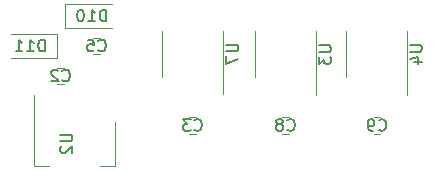
<source format=gbr>
G04 #@! TF.GenerationSoftware,KiCad,Pcbnew,5.1.5+dfsg1-2build2*
G04 #@! TF.CreationDate,2020-08-12T21:27:30+10:00*
G04 #@! TF.ProjectId,sid-board-v3_blocklayout,7369642d-626f-4617-9264-2d76335f626c,rev?*
G04 #@! TF.SameCoordinates,Original*
G04 #@! TF.FileFunction,Legend,Bot*
G04 #@! TF.FilePolarity,Positive*
%FSLAX46Y46*%
G04 Gerber Fmt 4.6, Leading zero omitted, Abs format (unit mm)*
G04 Created by KiCad (PCBNEW 5.1.5+dfsg1-2build2) date 2020-08-12 21:27:30*
%MOMM*%
%LPD*%
G04 APERTURE LIST*
%ADD10C,0.120000*%
%ADD11C,0.150000*%
G04 APERTURE END LIST*
D10*
X123734000Y-82661000D02*
X127634000Y-82661000D01*
X123734000Y-80661000D02*
X127634000Y-80661000D01*
X123734000Y-82661000D02*
X123734000Y-80661000D01*
X147506420Y-84861825D02*
X147506420Y-82911825D01*
X147506420Y-84861825D02*
X147506420Y-86811825D01*
X152626420Y-84861825D02*
X152626420Y-82911825D01*
X152626420Y-84861825D02*
X152626420Y-88311825D01*
X121079000Y-88363252D02*
X121079000Y-94373252D01*
X127899000Y-90613252D02*
X127899000Y-94373252D01*
X121079000Y-94373252D02*
X122339000Y-94373252D01*
X127899000Y-94373252D02*
X126639000Y-94373252D01*
X142105748Y-91642000D02*
X142628252Y-91642000D01*
X142105748Y-90222000D02*
X142628252Y-90222000D01*
X149852748Y-90222000D02*
X150375252Y-90222000D01*
X149852748Y-91642000D02*
X150375252Y-91642000D01*
X144911877Y-84907159D02*
X144911877Y-88357159D01*
X144911877Y-84907159D02*
X144911877Y-82957159D01*
X139791877Y-84907159D02*
X139791877Y-86857159D01*
X139791877Y-84907159D02*
X139791877Y-82957159D01*
X123027000Y-83201000D02*
X119127000Y-83201000D01*
X123027000Y-85201000D02*
X119127000Y-85201000D01*
X123027000Y-83201000D02*
X123027000Y-85201000D01*
X134231748Y-91642000D02*
X134754252Y-91642000D01*
X134231748Y-90222000D02*
X134754252Y-90222000D01*
X123055748Y-86031000D02*
X123578252Y-86031000D01*
X123055748Y-87451000D02*
X123578252Y-87451000D01*
X137071485Y-84836000D02*
X137071485Y-88286000D01*
X137071485Y-84836000D02*
X137071485Y-82886000D01*
X131951485Y-84836000D02*
X131951485Y-86786000D01*
X131951485Y-84836000D02*
X131951485Y-82886000D01*
X126626252Y-83491000D02*
X126103748Y-83491000D01*
X126626252Y-84911000D02*
X126103748Y-84911000D01*
D11*
X127198285Y-82113380D02*
X127198285Y-81113380D01*
X126960190Y-81113380D01*
X126817333Y-81161000D01*
X126722095Y-81256238D01*
X126674476Y-81351476D01*
X126626857Y-81541952D01*
X126626857Y-81684809D01*
X126674476Y-81875285D01*
X126722095Y-81970523D01*
X126817333Y-82065761D01*
X126960190Y-82113380D01*
X127198285Y-82113380D01*
X125674476Y-82113380D02*
X126245904Y-82113380D01*
X125960190Y-82113380D02*
X125960190Y-81113380D01*
X126055428Y-81256238D01*
X126150666Y-81351476D01*
X126245904Y-81399095D01*
X125055428Y-81113380D02*
X124960190Y-81113380D01*
X124864952Y-81161000D01*
X124817333Y-81208619D01*
X124769714Y-81303857D01*
X124722095Y-81494333D01*
X124722095Y-81732428D01*
X124769714Y-81922904D01*
X124817333Y-82018142D01*
X124864952Y-82065761D01*
X124960190Y-82113380D01*
X125055428Y-82113380D01*
X125150666Y-82065761D01*
X125198285Y-82018142D01*
X125245904Y-81922904D01*
X125293523Y-81732428D01*
X125293523Y-81494333D01*
X125245904Y-81303857D01*
X125198285Y-81208619D01*
X125150666Y-81161000D01*
X125055428Y-81113380D01*
X152918800Y-84099920D02*
X153728324Y-84099920D01*
X153823562Y-84147539D01*
X153871181Y-84195158D01*
X153918800Y-84290396D01*
X153918800Y-84480872D01*
X153871181Y-84576110D01*
X153823562Y-84623729D01*
X153728324Y-84671348D01*
X152918800Y-84671348D01*
X153252134Y-85576110D02*
X153918800Y-85576110D01*
X152871181Y-85338015D02*
X153585467Y-85099920D01*
X153585467Y-85718967D01*
X123306380Y-91701347D02*
X124115904Y-91701347D01*
X124211142Y-91748966D01*
X124258761Y-91796585D01*
X124306380Y-91891823D01*
X124306380Y-92082299D01*
X124258761Y-92177537D01*
X124211142Y-92225156D01*
X124115904Y-92272775D01*
X123306380Y-92272775D01*
X123401619Y-92701347D02*
X123354000Y-92748966D01*
X123306380Y-92844204D01*
X123306380Y-93082299D01*
X123354000Y-93177537D01*
X123401619Y-93225156D01*
X123496857Y-93272775D01*
X123592095Y-93272775D01*
X123734952Y-93225156D01*
X124306380Y-92653728D01*
X124306380Y-93272775D01*
X142533666Y-91289142D02*
X142581285Y-91336761D01*
X142724142Y-91384380D01*
X142819380Y-91384380D01*
X142962238Y-91336761D01*
X143057476Y-91241523D01*
X143105095Y-91146285D01*
X143152714Y-90955809D01*
X143152714Y-90812952D01*
X143105095Y-90622476D01*
X143057476Y-90527238D01*
X142962238Y-90432000D01*
X142819380Y-90384380D01*
X142724142Y-90384380D01*
X142581285Y-90432000D01*
X142533666Y-90479619D01*
X141962238Y-90812952D02*
X142057476Y-90765333D01*
X142105095Y-90717714D01*
X142152714Y-90622476D01*
X142152714Y-90574857D01*
X142105095Y-90479619D01*
X142057476Y-90432000D01*
X141962238Y-90384380D01*
X141771761Y-90384380D01*
X141676523Y-90432000D01*
X141628904Y-90479619D01*
X141581285Y-90574857D01*
X141581285Y-90622476D01*
X141628904Y-90717714D01*
X141676523Y-90765333D01*
X141771761Y-90812952D01*
X141962238Y-90812952D01*
X142057476Y-90860571D01*
X142105095Y-90908190D01*
X142152714Y-91003428D01*
X142152714Y-91193904D01*
X142105095Y-91289142D01*
X142057476Y-91336761D01*
X141962238Y-91384380D01*
X141771761Y-91384380D01*
X141676523Y-91336761D01*
X141628904Y-91289142D01*
X141581285Y-91193904D01*
X141581285Y-91003428D01*
X141628904Y-90908190D01*
X141676523Y-90860571D01*
X141771761Y-90812952D01*
X150280666Y-91289142D02*
X150328285Y-91336761D01*
X150471142Y-91384380D01*
X150566380Y-91384380D01*
X150709238Y-91336761D01*
X150804476Y-91241523D01*
X150852095Y-91146285D01*
X150899714Y-90955809D01*
X150899714Y-90812952D01*
X150852095Y-90622476D01*
X150804476Y-90527238D01*
X150709238Y-90432000D01*
X150566380Y-90384380D01*
X150471142Y-90384380D01*
X150328285Y-90432000D01*
X150280666Y-90479619D01*
X149804476Y-91384380D02*
X149614000Y-91384380D01*
X149518761Y-91336761D01*
X149471142Y-91289142D01*
X149375904Y-91146285D01*
X149328285Y-90955809D01*
X149328285Y-90574857D01*
X149375904Y-90479619D01*
X149423523Y-90432000D01*
X149518761Y-90384380D01*
X149709238Y-90384380D01*
X149804476Y-90432000D01*
X149852095Y-90479619D01*
X149899714Y-90574857D01*
X149899714Y-90812952D01*
X149852095Y-90908190D01*
X149804476Y-90955809D01*
X149709238Y-91003428D01*
X149518761Y-91003428D01*
X149423523Y-90955809D01*
X149375904Y-90908190D01*
X149328285Y-90812952D01*
X145204257Y-84145254D02*
X146013781Y-84145254D01*
X146109019Y-84192873D01*
X146156638Y-84240492D01*
X146204257Y-84335730D01*
X146204257Y-84526206D01*
X146156638Y-84621444D01*
X146109019Y-84669063D01*
X146013781Y-84716682D01*
X145204257Y-84716682D01*
X145204257Y-85097635D02*
X145204257Y-85716682D01*
X145585210Y-85383349D01*
X145585210Y-85526206D01*
X145632829Y-85621444D01*
X145680448Y-85669063D01*
X145775686Y-85716682D01*
X146013781Y-85716682D01*
X146109019Y-85669063D01*
X146156638Y-85621444D01*
X146204257Y-85526206D01*
X146204257Y-85240492D01*
X146156638Y-85145254D01*
X146109019Y-85097635D01*
X121991285Y-84653380D02*
X121991285Y-83653380D01*
X121753190Y-83653380D01*
X121610333Y-83701000D01*
X121515095Y-83796238D01*
X121467476Y-83891476D01*
X121419857Y-84081952D01*
X121419857Y-84224809D01*
X121467476Y-84415285D01*
X121515095Y-84510523D01*
X121610333Y-84605761D01*
X121753190Y-84653380D01*
X121991285Y-84653380D01*
X120467476Y-84653380D02*
X121038904Y-84653380D01*
X120753190Y-84653380D02*
X120753190Y-83653380D01*
X120848428Y-83796238D01*
X120943666Y-83891476D01*
X121038904Y-83939095D01*
X119515095Y-84653380D02*
X120086523Y-84653380D01*
X119800809Y-84653380D02*
X119800809Y-83653380D01*
X119896047Y-83796238D01*
X119991285Y-83891476D01*
X120086523Y-83939095D01*
X134659666Y-91289142D02*
X134707285Y-91336761D01*
X134850142Y-91384380D01*
X134945380Y-91384380D01*
X135088238Y-91336761D01*
X135183476Y-91241523D01*
X135231095Y-91146285D01*
X135278714Y-90955809D01*
X135278714Y-90812952D01*
X135231095Y-90622476D01*
X135183476Y-90527238D01*
X135088238Y-90432000D01*
X134945380Y-90384380D01*
X134850142Y-90384380D01*
X134707285Y-90432000D01*
X134659666Y-90479619D01*
X134326333Y-90384380D02*
X133707285Y-90384380D01*
X134040619Y-90765333D01*
X133897761Y-90765333D01*
X133802523Y-90812952D01*
X133754904Y-90860571D01*
X133707285Y-90955809D01*
X133707285Y-91193904D01*
X133754904Y-91289142D01*
X133802523Y-91336761D01*
X133897761Y-91384380D01*
X134183476Y-91384380D01*
X134278714Y-91336761D01*
X134326333Y-91289142D01*
X123483666Y-87098142D02*
X123531285Y-87145761D01*
X123674142Y-87193380D01*
X123769380Y-87193380D01*
X123912238Y-87145761D01*
X124007476Y-87050523D01*
X124055095Y-86955285D01*
X124102714Y-86764809D01*
X124102714Y-86621952D01*
X124055095Y-86431476D01*
X124007476Y-86336238D01*
X123912238Y-86241000D01*
X123769380Y-86193380D01*
X123674142Y-86193380D01*
X123531285Y-86241000D01*
X123483666Y-86288619D01*
X123102714Y-86288619D02*
X123055095Y-86241000D01*
X122959857Y-86193380D01*
X122721761Y-86193380D01*
X122626523Y-86241000D01*
X122578904Y-86288619D01*
X122531285Y-86383857D01*
X122531285Y-86479095D01*
X122578904Y-86621952D01*
X123150333Y-87193380D01*
X122531285Y-87193380D01*
X137363865Y-84074095D02*
X138173389Y-84074095D01*
X138268627Y-84121714D01*
X138316246Y-84169333D01*
X138363865Y-84264571D01*
X138363865Y-84455047D01*
X138316246Y-84550285D01*
X138268627Y-84597904D01*
X138173389Y-84645523D01*
X137363865Y-84645523D01*
X137363865Y-85026476D02*
X137363865Y-85693142D01*
X138363865Y-85264571D01*
X126531666Y-84558142D02*
X126579285Y-84605761D01*
X126722142Y-84653380D01*
X126817380Y-84653380D01*
X126960238Y-84605761D01*
X127055476Y-84510523D01*
X127103095Y-84415285D01*
X127150714Y-84224809D01*
X127150714Y-84081952D01*
X127103095Y-83891476D01*
X127055476Y-83796238D01*
X126960238Y-83701000D01*
X126817380Y-83653380D01*
X126722142Y-83653380D01*
X126579285Y-83701000D01*
X126531666Y-83748619D01*
X125626904Y-83653380D02*
X126103095Y-83653380D01*
X126150714Y-84129571D01*
X126103095Y-84081952D01*
X126007857Y-84034333D01*
X125769761Y-84034333D01*
X125674523Y-84081952D01*
X125626904Y-84129571D01*
X125579285Y-84224809D01*
X125579285Y-84462904D01*
X125626904Y-84558142D01*
X125674523Y-84605761D01*
X125769761Y-84653380D01*
X126007857Y-84653380D01*
X126103095Y-84605761D01*
X126150714Y-84558142D01*
M02*

</source>
